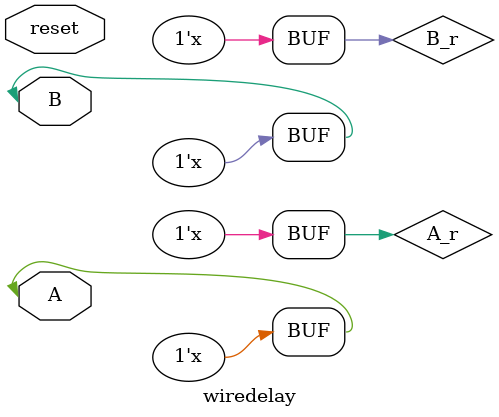
<source format=v>

`timescale 1ns / 1ps

module wiredelay # (
           parameter Delay_g = 0,
           parameter Delay_rd = 0
       )
       (
           inout A,
           inout B,
           input reset
       );

reg A_r;
reg B_r;
reg line_en;

assign A = A_r;
assign B = B_r;

always @(*)
    begin
        if (!reset)
            begin
                A_r <= 1'bz;
                B_r <= 1'bz;
                line_en <= 1'b0;
            end
        else
            begin
                if (line_en)
                    begin
                        A_r <= #Delay_rd B;
                        B_r <= 1'bz;
                    end
                else
                    begin
                        B_r <= #Delay_g A;
                        A_r <= 1'bz;
                    end
            end
    end

always @(A or B)
    begin
        if (!reset)
            begin
                line_en <= 1'b0;
            end
        else if (A !== A_r)
            begin
                line_en <= 1'b0;
            end
        else if (B_r !== B)
            begin
                line_en <= 1'b1;
            end
        else
            begin
                line_en <= line_en;
            end
    end
endmodule

</source>
